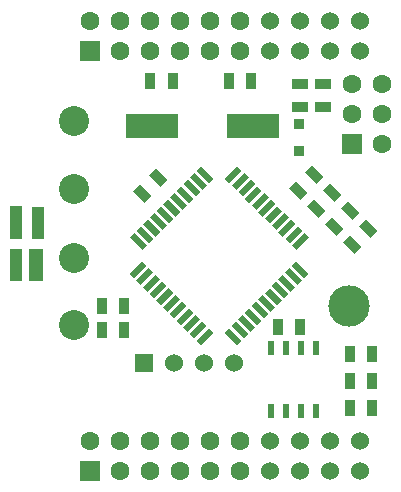
<source format=gbr>
G04 #@! TF.FileFunction,Soldermask,Top*
%FSLAX46Y46*%
G04 Gerber Fmt 4.6, Leading zero omitted, Abs format (unit mm)*
G04 Created by KiCad (PCBNEW (2015-08-30 BZR 6133)-product) date Fr 30 Okt 2015 20:41:11 CET*
%MOMM*%
G01*
G04 APERTURE LIST*
%ADD10C,0.100000*%
%ADD11R,1.651000X1.651000*%
%ADD12C,1.600200*%
%ADD13C,1.524000*%
%ADD14R,0.508000X1.143000*%
%ADD15R,0.889000X1.397000*%
%ADD16R,1.524000X1.524000*%
%ADD17C,2.540000*%
%ADD18R,4.500880X1.998980*%
%ADD19R,1.397000X0.889000*%
%ADD20R,0.914400X0.914400*%
%ADD21C,3.500000*%
%ADD22R,1.198880X2.799080*%
%ADD23R,1.000760X2.799080*%
G04 APERTURE END LIST*
D10*
D11*
X88570000Y-83387500D03*
D12*
X88570000Y-80847500D03*
X91110000Y-83387500D03*
X91110000Y-80847500D03*
X93650000Y-83387500D03*
X93650000Y-80847500D03*
X96190000Y-83387500D03*
X96190000Y-80847500D03*
X98730000Y-83387500D03*
X98730000Y-80847500D03*
X101270000Y-83387500D03*
X101270000Y-80847500D03*
D13*
X103810000Y-83387500D03*
X103810000Y-80847500D03*
X106350000Y-83387500D03*
X106350000Y-80847500D03*
X108890000Y-83387500D03*
X108890000Y-80847500D03*
X111430000Y-83387500D03*
X111430000Y-80847500D03*
D14*
X107655000Y-113917000D03*
X107655000Y-108583000D03*
X106385000Y-113917000D03*
X105115000Y-113917000D03*
X103845000Y-113917000D03*
X106385000Y-108583000D03*
X105115000Y-108583000D03*
X103845000Y-108583000D03*
D15*
X112452500Y-109041500D03*
X110547500Y-109041500D03*
D16*
X93142000Y-109803500D03*
D13*
X95682000Y-109803500D03*
X98222000Y-109803500D03*
X100762000Y-109803500D03*
D17*
X87170000Y-89352500D03*
D18*
X102344420Y-89737500D03*
X93845580Y-89737500D03*
D15*
X100317500Y-85927500D03*
X102222500Y-85927500D03*
X95555000Y-85927500D03*
X93650000Y-85927500D03*
D10*
G36*
X107351914Y-93081758D02*
X108339742Y-94069586D01*
X107711124Y-94698204D01*
X106723296Y-93710376D01*
X107351914Y-93081758D01*
X107351914Y-93081758D01*
G37*
G36*
X106004876Y-94428796D02*
X106992704Y-95416624D01*
X106364086Y-96045242D01*
X105376258Y-95057414D01*
X106004876Y-94428796D01*
X106004876Y-94428796D01*
G37*
G36*
X94143914Y-93335758D02*
X95131742Y-94323586D01*
X94503124Y-94952204D01*
X93515296Y-93964376D01*
X94143914Y-93335758D01*
X94143914Y-93335758D01*
G37*
G36*
X92796876Y-94682796D02*
X93784704Y-95670624D01*
X93156086Y-96299242D01*
X92168258Y-95311414D01*
X92796876Y-94682796D01*
X92796876Y-94682796D01*
G37*
D15*
X104447500Y-106800000D03*
X106352500Y-106800000D03*
X110547500Y-113613500D03*
X112452500Y-113613500D03*
X91452500Y-107009500D03*
X89547500Y-107009500D03*
D19*
X108250000Y-88150000D03*
X108250000Y-86245000D03*
D11*
X88570000Y-118947500D03*
D12*
X88570000Y-116407500D03*
X91110000Y-118947500D03*
X91110000Y-116407500D03*
X93650000Y-118947500D03*
X93650000Y-116407500D03*
X96190000Y-118947500D03*
X96190000Y-116407500D03*
X98730000Y-118947500D03*
X98730000Y-116407500D03*
X101270000Y-118947500D03*
X101270000Y-116407500D03*
D13*
X103810000Y-118947500D03*
X103810000Y-116407500D03*
X106350000Y-118947500D03*
X106350000Y-116407500D03*
X108890000Y-118947500D03*
X108890000Y-116407500D03*
X111430000Y-118947500D03*
X111430000Y-116407500D03*
D17*
X87170000Y-95152500D03*
X87170000Y-100952500D03*
X87170000Y-106652500D03*
D15*
X89547500Y-104977500D03*
X91452500Y-104977500D03*
D10*
G36*
X109412086Y-99093242D02*
X108424258Y-98105414D01*
X109052876Y-97476796D01*
X110040704Y-98464624D01*
X109412086Y-99093242D01*
X109412086Y-99093242D01*
G37*
G36*
X110759124Y-97746204D02*
X109771296Y-96758376D01*
X110399914Y-96129758D01*
X111387742Y-97117586D01*
X110759124Y-97746204D01*
X110759124Y-97746204D01*
G37*
G36*
X110936086Y-100617242D02*
X109948258Y-99629414D01*
X110576876Y-99000796D01*
X111564704Y-99988624D01*
X110936086Y-100617242D01*
X110936086Y-100617242D01*
G37*
G36*
X112283124Y-99270204D02*
X111295296Y-98282376D01*
X111923914Y-97653758D01*
X112911742Y-98641586D01*
X112283124Y-99270204D01*
X112283124Y-99270204D01*
G37*
G36*
X107888086Y-97569242D02*
X106900258Y-96581414D01*
X107528876Y-95952796D01*
X108516704Y-96940624D01*
X107888086Y-97569242D01*
X107888086Y-97569242D01*
G37*
G36*
X109235124Y-96222204D02*
X108247296Y-95234376D01*
X108875914Y-94605758D01*
X109863742Y-95593586D01*
X109235124Y-96222204D01*
X109235124Y-96222204D01*
G37*
D15*
X112452500Y-111327500D03*
X110547500Y-111327500D03*
D19*
X106350000Y-86245000D03*
X106350000Y-88150000D03*
D11*
X110750000Y-91342500D03*
D12*
X113290000Y-91342500D03*
X110750000Y-88802500D03*
X113290000Y-88802500D03*
X110750000Y-86262500D03*
X113290000Y-86262500D03*
D20*
X106250000Y-89577480D03*
X106250000Y-91929520D03*
D21*
X110500000Y-105000000D03*
D22*
X84019620Y-101550860D03*
D23*
X82300040Y-101550860D03*
X84199960Y-97949140D03*
D10*
G36*
X81799660Y-99348680D02*
X81799660Y-96549600D01*
X82800420Y-96549600D01*
X82800420Y-99348680D01*
X81799660Y-99348680D01*
X81799660Y-99348680D01*
G37*
G36*
X106694812Y-98823134D02*
X107083720Y-99212042D01*
X106023060Y-100272702D01*
X105634152Y-99883794D01*
X106694812Y-98823134D01*
X106694812Y-98823134D01*
G37*
G36*
X106129126Y-98257449D02*
X106518034Y-98646357D01*
X105457374Y-99707017D01*
X105068466Y-99318109D01*
X106129126Y-98257449D01*
X106129126Y-98257449D01*
G37*
G36*
X105563441Y-97691764D02*
X105952349Y-98080672D01*
X104891689Y-99141332D01*
X104502781Y-98752424D01*
X105563441Y-97691764D01*
X105563441Y-97691764D01*
G37*
G36*
X104997756Y-97126078D02*
X105386664Y-97514986D01*
X104326004Y-98575646D01*
X103937096Y-98186738D01*
X104997756Y-97126078D01*
X104997756Y-97126078D01*
G37*
G36*
X104432070Y-96560393D02*
X104820978Y-96949301D01*
X103760318Y-98009961D01*
X103371410Y-97621053D01*
X104432070Y-96560393D01*
X104432070Y-96560393D01*
G37*
G36*
X103866385Y-95994707D02*
X104255293Y-96383615D01*
X103194633Y-97444275D01*
X102805725Y-97055367D01*
X103866385Y-95994707D01*
X103866385Y-95994707D01*
G37*
G36*
X103300699Y-95429022D02*
X103689607Y-95817930D01*
X102628947Y-96878590D01*
X102240039Y-96489682D01*
X103300699Y-95429022D01*
X103300699Y-95429022D01*
G37*
G36*
X102735014Y-94863336D02*
X103123922Y-95252244D01*
X102063262Y-96312904D01*
X101674354Y-95923996D01*
X102735014Y-94863336D01*
X102735014Y-94863336D01*
G37*
G36*
X102169328Y-94297651D02*
X102558236Y-94686559D01*
X101497576Y-95747219D01*
X101108668Y-95358311D01*
X102169328Y-94297651D01*
X102169328Y-94297651D01*
G37*
G36*
X101603643Y-93731966D02*
X101992551Y-94120874D01*
X100931891Y-95181534D01*
X100542983Y-94792626D01*
X101603643Y-93731966D01*
X101603643Y-93731966D01*
G37*
G36*
X101037958Y-93166280D02*
X101426866Y-93555188D01*
X100366206Y-94615848D01*
X99977298Y-94226940D01*
X101037958Y-93166280D01*
X101037958Y-93166280D01*
G37*
G36*
X97573134Y-93555188D02*
X97962042Y-93166280D01*
X99022702Y-94226940D01*
X98633794Y-94615848D01*
X97573134Y-93555188D01*
X97573134Y-93555188D01*
G37*
G36*
X97007449Y-94120874D02*
X97396357Y-93731966D01*
X98457017Y-94792626D01*
X98068109Y-95181534D01*
X97007449Y-94120874D01*
X97007449Y-94120874D01*
G37*
G36*
X96441764Y-94686559D02*
X96830672Y-94297651D01*
X97891332Y-95358311D01*
X97502424Y-95747219D01*
X96441764Y-94686559D01*
X96441764Y-94686559D01*
G37*
G36*
X95876078Y-95252244D02*
X96264986Y-94863336D01*
X97325646Y-95923996D01*
X96936738Y-96312904D01*
X95876078Y-95252244D01*
X95876078Y-95252244D01*
G37*
G36*
X95310393Y-95817930D02*
X95699301Y-95429022D01*
X96759961Y-96489682D01*
X96371053Y-96878590D01*
X95310393Y-95817930D01*
X95310393Y-95817930D01*
G37*
G36*
X94744707Y-96383615D02*
X95133615Y-95994707D01*
X96194275Y-97055367D01*
X95805367Y-97444275D01*
X94744707Y-96383615D01*
X94744707Y-96383615D01*
G37*
G36*
X94179022Y-96949301D02*
X94567930Y-96560393D01*
X95628590Y-97621053D01*
X95239682Y-98009961D01*
X94179022Y-96949301D01*
X94179022Y-96949301D01*
G37*
G36*
X93613336Y-97514986D02*
X94002244Y-97126078D01*
X95062904Y-98186738D01*
X94673996Y-98575646D01*
X93613336Y-97514986D01*
X93613336Y-97514986D01*
G37*
G36*
X93047651Y-98080672D02*
X93436559Y-97691764D01*
X94497219Y-98752424D01*
X94108311Y-99141332D01*
X93047651Y-98080672D01*
X93047651Y-98080672D01*
G37*
G36*
X92481966Y-98646357D02*
X92870874Y-98257449D01*
X93931534Y-99318109D01*
X93542626Y-99707017D01*
X92481966Y-98646357D01*
X92481966Y-98646357D01*
G37*
G36*
X91916280Y-99212042D02*
X92305188Y-98823134D01*
X93365848Y-99883794D01*
X92976940Y-100272702D01*
X91916280Y-99212042D01*
X91916280Y-99212042D01*
G37*
G36*
X92976940Y-101227298D02*
X93365848Y-101616206D01*
X92305188Y-102676866D01*
X91916280Y-102287958D01*
X92976940Y-101227298D01*
X92976940Y-101227298D01*
G37*
G36*
X93542626Y-101792983D02*
X93931534Y-102181891D01*
X92870874Y-103242551D01*
X92481966Y-102853643D01*
X93542626Y-101792983D01*
X93542626Y-101792983D01*
G37*
G36*
X94108311Y-102358668D02*
X94497219Y-102747576D01*
X93436559Y-103808236D01*
X93047651Y-103419328D01*
X94108311Y-102358668D01*
X94108311Y-102358668D01*
G37*
G36*
X94673996Y-102924354D02*
X95062904Y-103313262D01*
X94002244Y-104373922D01*
X93613336Y-103985014D01*
X94673996Y-102924354D01*
X94673996Y-102924354D01*
G37*
G36*
X95239682Y-103490039D02*
X95628590Y-103878947D01*
X94567930Y-104939607D01*
X94179022Y-104550699D01*
X95239682Y-103490039D01*
X95239682Y-103490039D01*
G37*
G36*
X95805367Y-104055725D02*
X96194275Y-104444633D01*
X95133615Y-105505293D01*
X94744707Y-105116385D01*
X95805367Y-104055725D01*
X95805367Y-104055725D01*
G37*
G36*
X96371053Y-104621410D02*
X96759961Y-105010318D01*
X95699301Y-106070978D01*
X95310393Y-105682070D01*
X96371053Y-104621410D01*
X96371053Y-104621410D01*
G37*
G36*
X96936738Y-105187096D02*
X97325646Y-105576004D01*
X96264986Y-106636664D01*
X95876078Y-106247756D01*
X96936738Y-105187096D01*
X96936738Y-105187096D01*
G37*
G36*
X97502424Y-105752781D02*
X97891332Y-106141689D01*
X96830672Y-107202349D01*
X96441764Y-106813441D01*
X97502424Y-105752781D01*
X97502424Y-105752781D01*
G37*
G36*
X98068109Y-106318466D02*
X98457017Y-106707374D01*
X97396357Y-107768034D01*
X97007449Y-107379126D01*
X98068109Y-106318466D01*
X98068109Y-106318466D01*
G37*
G36*
X98633794Y-106884152D02*
X99022702Y-107273060D01*
X97962042Y-108333720D01*
X97573134Y-107944812D01*
X98633794Y-106884152D01*
X98633794Y-106884152D01*
G37*
G36*
X99977298Y-107273060D02*
X100366206Y-106884152D01*
X101426866Y-107944812D01*
X101037958Y-108333720D01*
X99977298Y-107273060D01*
X99977298Y-107273060D01*
G37*
G36*
X100542983Y-106707374D02*
X100931891Y-106318466D01*
X101992551Y-107379126D01*
X101603643Y-107768034D01*
X100542983Y-106707374D01*
X100542983Y-106707374D01*
G37*
G36*
X101108668Y-106141689D02*
X101497576Y-105752781D01*
X102558236Y-106813441D01*
X102169328Y-107202349D01*
X101108668Y-106141689D01*
X101108668Y-106141689D01*
G37*
G36*
X101674354Y-105576004D02*
X102063262Y-105187096D01*
X103123922Y-106247756D01*
X102735014Y-106636664D01*
X101674354Y-105576004D01*
X101674354Y-105576004D01*
G37*
G36*
X102240039Y-105010318D02*
X102628947Y-104621410D01*
X103689607Y-105682070D01*
X103300699Y-106070978D01*
X102240039Y-105010318D01*
X102240039Y-105010318D01*
G37*
G36*
X102805725Y-104444633D02*
X103194633Y-104055725D01*
X104255293Y-105116385D01*
X103866385Y-105505293D01*
X102805725Y-104444633D01*
X102805725Y-104444633D01*
G37*
G36*
X103371410Y-103878947D02*
X103760318Y-103490039D01*
X104820978Y-104550699D01*
X104432070Y-104939607D01*
X103371410Y-103878947D01*
X103371410Y-103878947D01*
G37*
G36*
X103937096Y-103313262D02*
X104326004Y-102924354D01*
X105386664Y-103985014D01*
X104997756Y-104373922D01*
X103937096Y-103313262D01*
X103937096Y-103313262D01*
G37*
G36*
X104502781Y-102747576D02*
X104891689Y-102358668D01*
X105952349Y-103419328D01*
X105563441Y-103808236D01*
X104502781Y-102747576D01*
X104502781Y-102747576D01*
G37*
G36*
X105068466Y-102181891D02*
X105457374Y-101792983D01*
X106518034Y-102853643D01*
X106129126Y-103242551D01*
X105068466Y-102181891D01*
X105068466Y-102181891D01*
G37*
G36*
X105634152Y-101616206D02*
X106023060Y-101227298D01*
X107083720Y-102287958D01*
X106694812Y-102676866D01*
X105634152Y-101616206D01*
X105634152Y-101616206D01*
G37*
M02*

</source>
